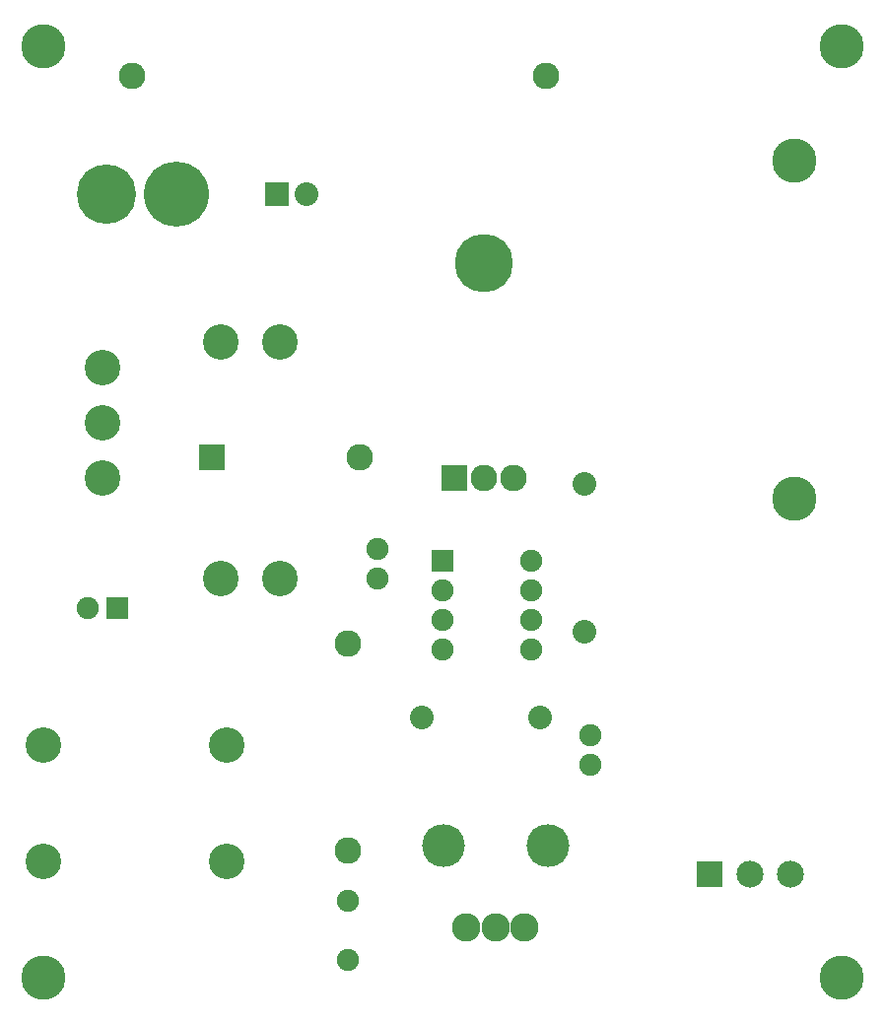
<source format=gbs>
G04 (created by PCBNEW (2013-jul-07)-stable) date Sat 05 Aug 2017 11:22:09 AM PDT*
%MOIN*%
G04 Gerber Fmt 3.4, Leading zero omitted, Abs format*
%FSLAX34Y34*%
G01*
G70*
G90*
G04 APERTURE LIST*
%ADD10C,0.00590551*%
%ADD11C,0.12*%
%ADD12R,0.08X0.08*%
%ADD13C,0.08*%
%ADD14R,0.075X0.075*%
%ADD15C,0.075*%
%ADD16C,0.22*%
%ADD17C,0.2011*%
%ADD18C,0.15*%
%ADD19C,0.09*%
%ADD20R,0.09X0.09*%
%ADD21C,0.1972*%
%ADD22C,0.096*%
%ADD23C,0.145*%
%ADD24C,0.0909*%
%ADD25R,0.0909X0.0909*%
G04 APERTURE END LIST*
G54D10*
G54D11*
X37000Y-43380D03*
X37000Y-45250D03*
X37000Y-47120D03*
G54D12*
X42900Y-37500D03*
G54D13*
X43900Y-37500D03*
G54D14*
X48500Y-49900D03*
G54D15*
X48500Y-50900D03*
X48500Y-51900D03*
X48500Y-52900D03*
X51500Y-52900D03*
X51500Y-51900D03*
X51500Y-50900D03*
X51500Y-49900D03*
G54D16*
X39500Y-37500D03*
G54D17*
X37138Y-37500D03*
G54D11*
X43000Y-50500D03*
X41000Y-50500D03*
X43000Y-42500D03*
X41000Y-42500D03*
G54D15*
X45300Y-61400D03*
X45300Y-63400D03*
G54D14*
X37500Y-51500D03*
G54D15*
X36500Y-51500D03*
X46300Y-50500D03*
X46300Y-49500D03*
X53500Y-55800D03*
X53500Y-56800D03*
G54D18*
X35000Y-64000D03*
X62000Y-32500D03*
X35000Y-32500D03*
G54D13*
X47800Y-55200D03*
X51800Y-55200D03*
G54D19*
X45700Y-46400D03*
G54D20*
X40700Y-46400D03*
G54D19*
X45300Y-59700D03*
X45300Y-52700D03*
G54D13*
X53300Y-47300D03*
X53300Y-52300D03*
G54D19*
X52000Y-33500D03*
X38000Y-33500D03*
G54D11*
X34990Y-56131D03*
X41210Y-56131D03*
X34990Y-60069D03*
X41210Y-60069D03*
G54D20*
X48900Y-47100D03*
G54D19*
X49900Y-47100D03*
X50900Y-47100D03*
G54D21*
X49900Y-39848D03*
G54D22*
X49316Y-62300D03*
X50300Y-62300D03*
X51284Y-62300D03*
G54D23*
X48528Y-59544D03*
X52072Y-59544D03*
G54D18*
X62000Y-64000D03*
G54D24*
X58900Y-60500D03*
G54D25*
X57522Y-60500D03*
G54D24*
X60278Y-60500D03*
G54D18*
X60400Y-36385D03*
X60400Y-47815D03*
M02*

</source>
